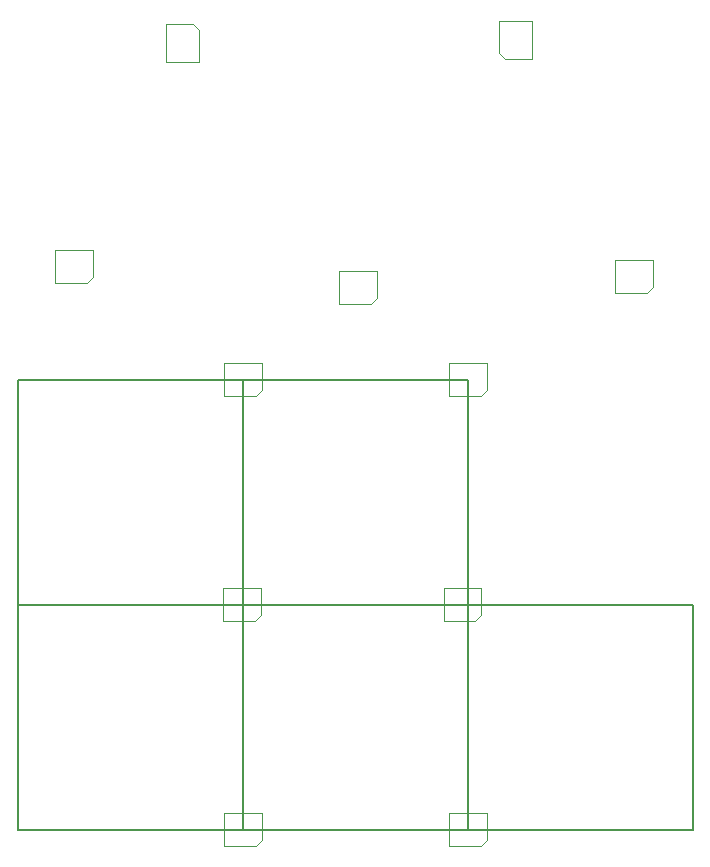
<source format=gbr>
%TF.GenerationSoftware,KiCad,Pcbnew,9.0.7*%
%TF.CreationDate,2026-01-22T22:05:33-06:00*%
%TF.ProjectId,HACK PAD!,4841434b-2050-4414-9421-2e6b69636164,rev?*%
%TF.SameCoordinates,Original*%
%TF.FileFunction,OtherDrawing,Comment*%
%FSLAX46Y46*%
G04 Gerber Fmt 4.6, Leading zero omitted, Abs format (unit mm)*
G04 Created by KiCad (PCBNEW 9.0.7) date 2026-01-22 22:05:33*
%MOMM*%
%LPD*%
G01*
G04 APERTURE LIST*
%ADD10C,0.120000*%
%ADD11C,0.150000*%
G04 APERTURE END LIST*
D10*
%TO.C,D14*%
X43443700Y-36500000D02*
X41143700Y-36500000D01*
X43443700Y-36500000D02*
X43943700Y-37000000D01*
X41143700Y-36500000D02*
X41143700Y-39700000D01*
X43943700Y-39700000D02*
X43943700Y-37000000D01*
X41143700Y-39700000D02*
X43943700Y-39700000D01*
%TO.C,D8*%
X49225000Y-67475000D02*
X49225000Y-65175000D01*
X49225000Y-67475000D02*
X48725000Y-67975000D01*
X49225000Y-65175000D02*
X46025000Y-65175000D01*
X46025000Y-67975000D02*
X48725000Y-67975000D01*
X46025000Y-65175000D02*
X46025000Y-67975000D01*
%TO.C,D7*%
X64622300Y-84243800D02*
X64622300Y-87043800D01*
X64622300Y-87043800D02*
X67322300Y-87043800D01*
X67822300Y-84243800D02*
X64622300Y-84243800D01*
X67822300Y-86543800D02*
X67322300Y-87043800D01*
X67822300Y-86543800D02*
X67822300Y-84243800D01*
%TO.C,D9*%
X46025000Y-103275000D02*
X46025000Y-106075000D01*
X46025000Y-106075000D02*
X48725000Y-106075000D01*
X49225000Y-103275000D02*
X46025000Y-103275000D01*
X49225000Y-105575000D02*
X48725000Y-106075000D01*
X49225000Y-105575000D02*
X49225000Y-103275000D01*
%TO.C,D6*%
X49160000Y-86526200D02*
X49160000Y-84226200D01*
X49160000Y-86526200D02*
X48660000Y-87026200D01*
X49160000Y-84226200D02*
X45960000Y-84226200D01*
X45960000Y-87026200D02*
X48660000Y-87026200D01*
X45960000Y-84226200D02*
X45960000Y-87026200D01*
%TO.C,D10*%
X65075000Y-103275000D02*
X65075000Y-106075000D01*
X65075000Y-106075000D02*
X67775000Y-106075000D01*
X68275000Y-103275000D02*
X65075000Y-103275000D01*
X68275000Y-105575000D02*
X67775000Y-106075000D01*
X68275000Y-105575000D02*
X68275000Y-103275000D01*
%TO.C,D11*%
X65075000Y-65175000D02*
X65075000Y-67975000D01*
X65075000Y-67975000D02*
X67775000Y-67975000D01*
X68275000Y-65175000D02*
X65075000Y-65175000D01*
X68275000Y-67475000D02*
X67775000Y-67975000D01*
X68275000Y-67475000D02*
X68275000Y-65175000D01*
%TO.C,D12*%
X55768700Y-57384100D02*
X55768700Y-60184100D01*
X55768700Y-60184100D02*
X58468700Y-60184100D01*
X58968700Y-57384100D02*
X55768700Y-57384100D01*
X58968700Y-59684100D02*
X58468700Y-60184100D01*
X58968700Y-59684100D02*
X58968700Y-57384100D01*
%TO.C,D15*%
X79143700Y-56502800D02*
X79143700Y-59302800D01*
X79143700Y-59302800D02*
X81843700Y-59302800D01*
X82343700Y-56502800D02*
X79143700Y-56502800D01*
X82343700Y-58802800D02*
X81843700Y-59302800D01*
X82343700Y-58802800D02*
X82343700Y-56502800D01*
%TO.C,D13*%
X72084700Y-36281200D02*
X69284700Y-36281200D01*
X69284700Y-36281200D02*
X69284700Y-38981200D01*
X72084700Y-39481200D02*
X72084700Y-36281200D01*
X69784700Y-39481200D02*
X69284700Y-38981200D01*
X69784700Y-39481200D02*
X72084700Y-39481200D01*
D11*
%TO.C,SW2*%
X47625000Y-66675000D02*
X66675000Y-66675000D01*
X47625000Y-85725000D02*
X47625000Y-66675000D01*
X66675000Y-66675000D02*
X66675000Y-85725000D01*
X66675000Y-85725000D02*
X47625000Y-85725000D01*
%TO.C,SW3*%
X28575000Y-85725000D02*
X47625000Y-85725000D01*
X28575000Y-104775000D02*
X28575000Y-85725000D01*
X47625000Y-85725000D02*
X47625000Y-104775000D01*
X47625000Y-104775000D02*
X28575000Y-104775000D01*
%TO.C,SW5*%
X66675000Y-85725000D02*
X85725000Y-85725000D01*
X66675000Y-104775000D02*
X66675000Y-85725000D01*
X85725000Y-85725000D02*
X85725000Y-104775000D01*
X85725000Y-104775000D02*
X66675000Y-104775000D01*
%TO.C,SW4*%
X47625000Y-85725000D02*
X66675000Y-85725000D01*
X47625000Y-104775000D02*
X47625000Y-85725000D01*
X66675000Y-85725000D02*
X66675000Y-104775000D01*
X66675000Y-104775000D02*
X47625000Y-104775000D01*
%TO.C,SWw1*%
X28575000Y-66675000D02*
X47625000Y-66675000D01*
X28575000Y-85725000D02*
X28575000Y-66675000D01*
X47625000Y-66675000D02*
X47625000Y-85725000D01*
X47625000Y-85725000D02*
X28575000Y-85725000D01*
D10*
%TO.C,D16*%
X31737500Y-55650000D02*
X31737500Y-58450000D01*
X31737500Y-58450000D02*
X34437500Y-58450000D01*
X34937500Y-55650000D02*
X31737500Y-55650000D01*
X34937500Y-57950000D02*
X34437500Y-58450000D01*
X34937500Y-57950000D02*
X34937500Y-55650000D01*
%TD*%
M02*

</source>
